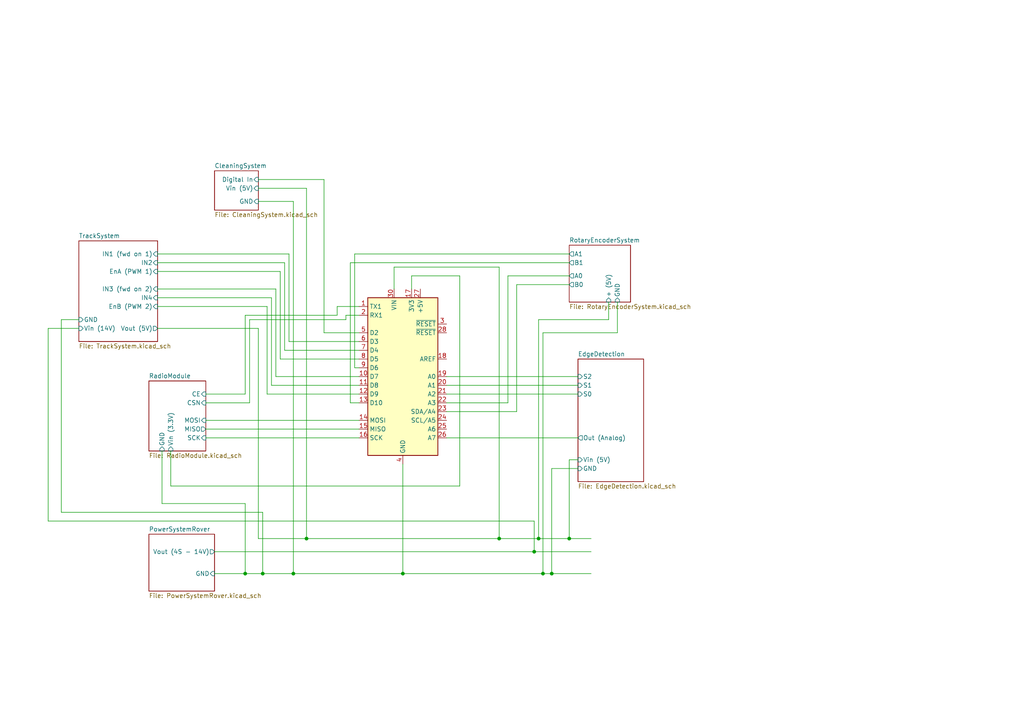
<source format=kicad_sch>
(kicad_sch (version 20231120) (generator "eeschema") (generator_version "8.0")
  (paper "A4")
  (lib_symbols
    (symbol "MCU_Module:Arduino_Nano_Every"
      (property "Reference" "A" (at -10.16 23.495 0))
      (property "Value" "Arduino_Nano_Every" (at 5.08 -24.13 0))
      (symbol "Arduino_Nano_Every_0_1"
        (rectangle (start -10.16 22.86) (end 10.16 -22.86) (stroke (width 0.254)) (fill (type background)))
      )
      (symbol "Arduino_Nano_Every_1_1"
        (pin bidirectional line (at -12.7 20.32 0) (length 2.54) (name "TX1") (number "1"))
        (pin bidirectional line (at -12.7 0 0) (length 2.54) (name "D7") (number "10"))
        (pin bidirectional line (at -12.7 -2.54 0) (length 2.54) (name "D8") (number "11"))
        (pin bidirectional line (at -12.7 -5.08 0) (length 2.54) (name "D9") (number "12"))
        (pin bidirectional line (at -12.7 -7.62 0) (length 2.54) (name "D10") (number "13"))
        (pin bidirectional line (at -12.7 -12.7 0) (length 2.54) (name "MOSI") (number "14"))
        (pin bidirectional line (at -12.7 -15.24 0) (length 2.54) (name "MISO") (number "15"))
        (pin bidirectional line (at -12.7 -17.78 0) (length 2.54) (name "SCK") (number "16"))
        (pin power_out line (at 2.54 25.4 270) (length 2.54) (name "3V3") (number "17"))
        (pin input line (at 12.7 5.08 180) (length 2.54) (name "AREF") (number "18"))
        (pin bidirectional line (at 12.7 0 180) (length 2.54) (name "A0") (number "19"))
        (pin bidirectional line (at -12.7 17.78 0) (length 2.54) (name "RX1") (number "2"))
        (pin bidirectional line (at 12.7 -2.54 180) (length 2.54) (name "A1") (number "20"))
        (pin bidirectional line (at 12.7 -5.08 180) (length 2.54) (name "A2") (number "21"))
        (pin bidirectional line (at 12.7 -7.62 180) (length 2.54) (name "A3") (number "22"))
        (pin bidirectional line (at 12.7 -10.16 180) (length 2.54) (name "SDA/A4") (number "23"))
        (pin bidirectional line (at 12.7 -12.7 180) (length 2.54) (name "SCL/A5") (number "24"))
        (pin bidirectional line (at 12.7 -15.24 180) (length 2.54) (name "A6") (number "25"))
        (pin bidirectional line (at 12.7 -17.78 180) (length 2.54) (name "A7") (number "26"))
        (pin power_out line (at 5.08 25.4 270) (length 2.54) (name "+5V") (number "27"))
        (pin input line (at 12.7 12.7 180) (length 2.54) (name "~{RESET}") (number "28"))
        (pin passive line (at 0 -25.4 90) (length 2.54) hide (name "GND") (number "29"))
        (pin input line (at 12.7 15.24 180) (length 2.54) (name "~{RESET}") (number "3"))
        (pin power_in line (at -2.54 25.4 270) (length 2.54) (name "VIN") (number "30"))
        (pin power_in line (at 0 -25.4 90) (length 2.54) (name "GND") (number "4"))
        (pin bidirectional line (at -12.7 12.7 0) (length 2.54) (name "D2") (number "5"))
        (pin bidirectional line (at -12.7 10.16 0) (length 2.54) (name "D3") (number "6"))
        (pin bidirectional line (at -12.7 7.62 0) (length 2.54) (name "D4") (number "7"))
        (pin bidirectional line (at -12.7 5.08 0) (length 2.54) (name "D5") (number "8"))
        (pin bidirectional line (at -12.7 2.54 0) (length 2.54) (name "D6") (number "9"))
      )
    )
  )
  (junction (at 144.78 156.21))
  (junction (at 157.48 166.37))
  (junction (at 116.84 166.37))
  (junction (at 154.94 160.02))
  (junction (at 160.02 166.37))
  (junction (at 71.12 166.37))
  (junction (at 156.21 156.21))
  (junction (at 76.2 166.37))
  (junction (at 88.9 156.21))
  (junction (at 85.09 166.37))
  (junction (at 165.1 156.21))
  (wire (pts (xy 72.39 92.71) (xy 100.33 92.71)))
  (wire (pts (xy 144.78 156.21) (xy 156.21 156.21)))
  (wire (pts (xy 104.14 116.84) (xy 101.6 116.84)))
  (wire (pts (xy 88.9 54.61) (xy 88.9 156.21)))
  (wire (pts (xy 74.93 54.61) (xy 88.9 54.61)))
  (wire (pts (xy 165.1 133.35) (xy 165.1 156.21)))
  (wire (pts (xy 85.09 166.37) (xy 116.84 166.37)))
  (wire (pts (xy 176.53 87.63) (xy 176.53 92.71)))
  (wire (pts (xy 116.84 134.62) (xy 116.84 166.37)))
  (wire (pts (xy 101.6 116.84) (xy 101.6 76.2)))
  (wire (pts (xy 59.69 127) (xy 104.14 127)))
  (wire (pts (xy 100.33 91.44) (xy 104.14 91.44)))
  (wire (pts (xy 45.72 86.36) (xy 78.74 86.36)))
  (wire (pts (xy 149.86 82.55) (xy 165.1 82.55)))
  (wire (pts (xy 17.78 92.71) (xy 22.86 92.71)))
  (wire (pts (xy 45.72 73.66) (xy 83.82 73.66)))
  (wire (pts (xy 129.54 111.76) (xy 167.64 111.76)))
  (wire (pts (xy 160.02 166.37) (xy 171.45 166.37)))
  (wire (pts (xy 167.64 133.35) (xy 165.1 133.35)))
  (wire (pts (xy 59.69 114.3) (xy 71.12 114.3)))
  (wire (pts (xy 119.38 83.82) (xy 119.38 80.01)))
  (wire (pts (xy 46.99 146.05) (xy 71.12 146.05)))
  (wire (pts (xy 71.12 91.44) (xy 97.79 91.44)))
  (wire (pts (xy 80.01 83.82) (xy 80.01 109.22)))
  (wire (pts (xy 147.32 116.84) (xy 129.54 116.84)))
  (wire (pts (xy 154.94 151.13) (xy 154.94 160.02)))
  (wire (pts (xy 59.69 121.92) (xy 104.14 121.92)))
  (wire (pts (xy 71.12 114.3) (xy 71.12 91.44)))
  (wire (pts (xy 77.47 88.9) (xy 77.47 114.3)))
  (wire (pts (xy 45.72 76.2) (xy 82.55 76.2)))
  (wire (pts (xy 76.2 166.37) (xy 85.09 166.37)))
  (wire (pts (xy 129.54 114.3) (xy 167.64 114.3)))
  (wire (pts (xy 93.98 52.07) (xy 93.98 96.52)))
  (wire (pts (xy 45.72 95.25) (xy 74.93 95.25)))
  (wire (pts (xy 82.55 101.6) (xy 104.14 101.6)))
  (wire (pts (xy 81.28 104.14) (xy 104.14 104.14)))
  (wire (pts (xy 80.01 109.22) (xy 104.14 109.22)))
  (wire (pts (xy 76.2 148.59) (xy 76.2 166.37)))
  (wire (pts (xy 78.74 111.76) (xy 104.14 111.76)))
  (wire (pts (xy 100.33 92.71) (xy 100.33 91.44)))
  (wire (pts (xy 74.93 58.42) (xy 85.09 58.42)))
  (wire (pts (xy 144.78 77.47) (xy 144.78 156.21)))
  (wire (pts (xy 97.79 88.9) (xy 104.14 88.9)))
  (wire (pts (xy 81.28 78.74) (xy 81.28 104.14)))
  (wire (pts (xy 149.86 119.38) (xy 149.86 82.55)))
  (wire (pts (xy 119.38 80.01) (xy 133.35 80.01)))
  (wire (pts (xy 104.14 106.68) (xy 102.87 106.68)))
  (wire (pts (xy 13.97 95.25) (xy 22.86 95.25)))
  (wire (pts (xy 133.35 140.97) (xy 49.53 140.97)))
  (wire (pts (xy 74.93 156.21) (xy 88.9 156.21)))
  (wire (pts (xy 116.84 166.37) (xy 157.48 166.37)))
  (wire (pts (xy 74.93 52.07) (xy 93.98 52.07)))
  (wire (pts (xy 97.79 91.44) (xy 97.79 88.9)))
  (wire (pts (xy 176.53 92.71) (xy 156.21 92.71)))
  (wire (pts (xy 167.64 135.89) (xy 160.02 135.89)))
  (wire (pts (xy 71.12 166.37) (xy 76.2 166.37)))
  (wire (pts (xy 114.3 83.82) (xy 114.3 77.47)))
  (wire (pts (xy 133.35 80.01) (xy 133.35 140.97)))
  (wire (pts (xy 45.72 88.9) (xy 77.47 88.9)))
  (wire (pts (xy 59.69 116.84) (xy 72.39 116.84)))
  (wire (pts (xy 71.12 146.05) (xy 71.12 166.37)))
  (wire (pts (xy 62.23 166.37) (xy 71.12 166.37)))
  (wire (pts (xy 17.78 148.59) (xy 76.2 148.59)))
  (wire (pts (xy 179.07 96.52) (xy 157.48 96.52)))
  (wire (pts (xy 88.9 156.21) (xy 144.78 156.21)))
  (wire (pts (xy 114.3 77.47) (xy 144.78 77.47)))
  (wire (pts (xy 165.1 156.21) (xy 171.45 156.21)))
  (wire (pts (xy 179.07 87.63) (xy 179.07 96.52)))
  (wire (pts (xy 129.54 119.38) (xy 149.86 119.38)))
  (wire (pts (xy 83.82 99.06) (xy 104.14 99.06)))
  (wire (pts (xy 74.93 95.25) (xy 74.93 156.21)))
  (wire (pts (xy 59.69 124.46) (xy 104.14 124.46)))
  (wire (pts (xy 49.53 140.97) (xy 49.53 130.81)))
  (wire (pts (xy 160.02 135.89) (xy 160.02 166.37)))
  (wire (pts (xy 102.87 106.68) (xy 102.87 73.66)))
  (wire (pts (xy 156.21 156.21) (xy 165.1 156.21)))
  (wire (pts (xy 165.1 80.01) (xy 147.32 80.01)))
  (wire (pts (xy 129.54 127) (xy 167.64 127)))
  (wire (pts (xy 62.23 160.02) (xy 154.94 160.02)))
  (wire (pts (xy 154.94 160.02) (xy 171.45 160.02)))
  (wire (pts (xy 157.48 96.52) (xy 157.48 166.37)))
  (wire (pts (xy 147.32 80.01) (xy 147.32 116.84)))
  (wire (pts (xy 13.97 95.25) (xy 13.97 151.13)))
  (wire (pts (xy 93.98 96.52) (xy 104.14 96.52)))
  (wire (pts (xy 85.09 58.42) (xy 85.09 166.37)))
  (wire (pts (xy 78.74 86.36) (xy 78.74 111.76)))
  (wire (pts (xy 72.39 116.84) (xy 72.39 92.71)))
  (wire (pts (xy 83.82 73.66) (xy 83.82 99.06)))
  (wire (pts (xy 82.55 76.2) (xy 82.55 101.6)))
  (wire (pts (xy 13.97 151.13) (xy 154.94 151.13)))
  (wire (pts (xy 156.21 92.71) (xy 156.21 156.21)))
  (wire (pts (xy 157.48 166.37) (xy 160.02 166.37)))
  (wire (pts (xy 46.99 130.81) (xy 46.99 146.05)))
  (wire (pts (xy 101.6 76.2) (xy 165.1 76.2)))
  (wire (pts (xy 129.54 109.22) (xy 167.64 109.22)))
  (wire (pts (xy 102.87 73.66) (xy 165.1 73.66)))
  (wire (pts (xy 17.78 92.71) (xy 17.78 148.59)))
  (wire (pts (xy 45.72 78.74) (xy 81.28 78.74)))
  (wire (pts (xy 45.72 83.82) (xy 80.01 83.82)))
  (wire (pts (xy 77.47 114.3) (xy 104.14 114.3)))
  (symbol (lib_id "MCU_Module:Arduino_Nano_Every") (at 116.84 109.22 0) (unit 1)
    (property "Reference" "A1" (effects (hide yes)))
    (property "Value" "Arduino_Nano_Every" (effects (hide yes)))
    (property "Footprint" "Module:Arduino_Nano" (effects (hide yes)))
    (property "Datasheet" "https://content.arduino.cc/assets/NANOEveryV3.0_sch.pdf" (effects (hide yes)))
    (property "Description" "Arduino Nano Every" (effects (hide yes)))
  )
  (sheet (at 165.1 71.12) (size 17.78 16.51) (stroke (width 0.1524))
    (property "Sheetname" "RotaryEncoderSystem" (at 165.1 70.4084 0) (effects (justify left bottom)))
    (property "Sheetfile" "RotaryEncoderSystem.kicad_sch" (at 165.1 88.2146 0) (effects (justify left top)))
    (pin "A0" output (at 165.1 80.01 180))
    (pin "B0" output (at 165.1 82.55 180))
    (pin "B1" output (at 165.1 76.2 180))
    (pin "A1" output (at 165.1 73.66 180))
    (pin "+ (5V)" input (at 176.53 87.63 270))
    (pin "GND" input (at 179.07 87.63 270))
  )
  (sheet (at 167.64 104.14) (size 19.05 35.56) (stroke (width 0.1524))
    (property "Sheetname" "EdgeDetection" (at 167.64 103.4284 0) (effects (justify left bottom)))
    (property "Sheetfile" "EdgeDetection.kicad_sch" (at 167.64 140.2846 0) (effects (justify left top)))
    (pin "GND" input (at 167.64 135.89 180))
    (pin "S1" input (at 167.64 111.76 180))
    (pin "S0" input (at 167.64 114.3 180))
    (pin "Out (Analog)" output (at 167.64 127 180))
    (pin "S2" input (at 167.64 109.22 180))
    (pin "Vin (5V)" input (at 167.64 133.35 180))
  )
  (sheet (at 43.18 154.94) (size 19.05 16.51) (stroke (width 0.1524))
    (property "Sheetname" "PowerSystemRover" (at 43.18 154.2284 0) (effects (justify left bottom)))
    (property "Sheetfile" "PowerSystemRover.kicad_sch" (at 43.18 172.0346 0) (effects (justify left top)))
    (pin "GND" input (at 62.23 166.37 0))
    (pin "Vout (4S - 14V)" output (at 62.23 160.02 0))
  )
  (sheet (at 43.18 110.49) (size 16.51 20.32) (stroke (width 0.1524))
    (property "Sheetname" "RadioModule" (at 43.18 109.7784 0) (effects (justify left bottom)))
    (property "Sheetfile" "RadioModule.kicad_sch" (at 43.18 131.3946 0) (effects (justify left top)))
    (pin "GND" input (at 46.99 130.81 270))
    (pin "Vin (3.3V)" input (at 49.53 130.81 270))
    (pin "MOSI" input (at 59.69 121.92 0))
    (pin "SCK" input (at 59.69 127 0))
    (pin "CSN" input (at 59.69 116.84 0))
    (pin "CE" input (at 59.69 114.3 0))
    (pin "MISO" output (at 59.69 124.46 0))
  )
  (sheet (at 22.86 69.85) (size 22.86 29.21) (stroke (width 0.1524))
    (property "Sheetname" "TrackSystem" (at 22.86 69.1384 0) (effects (justify left bottom)))
    (property "Sheetfile" "TrackSystem.kicad_sch" (at 22.86 99.6446 0) (effects (justify left top)))
    (pin "Vout (5V)" output (at 45.72 95.25 0))
    (pin "Vin (14V)" input (at 22.86 95.25 180))
    (pin "GND" input (at 22.86 92.71 180))
    (pin "IN2" input (at 45.72 76.2 0))
    (pin "EnA (PWM 1)" input (at 45.72 78.74 0))
    (pin "IN3 (fwd on 2)" input (at 45.72 83.82 0))
    (pin "IN1 (fwd on 1)" input (at 45.72 73.66 0))
    (pin "EnB (PWM 2)" input (at 45.72 88.9 0))
    (pin "IN4" input (at 45.72 86.36 0))
  )
  (sheet (at 62.23 49.53) (size 12.7 11.43) (stroke (width 0.1524))
    (property "Sheetname" "CleaningSystem" (at 62.23 48.8184 0) (effects (justify left bottom)))
    (property "Sheetfile" "CleaningSystem.kicad_sch" (at 62.23 61.5446 0) (effects (justify left top)))
    (pin "GND" input (at 74.93 58.42 0))
    (pin "Digital In" input (at 74.93 52.07 0))
    (pin "Vin (5V)" input (at 74.93 54.61 0))
  )
)
</source>
